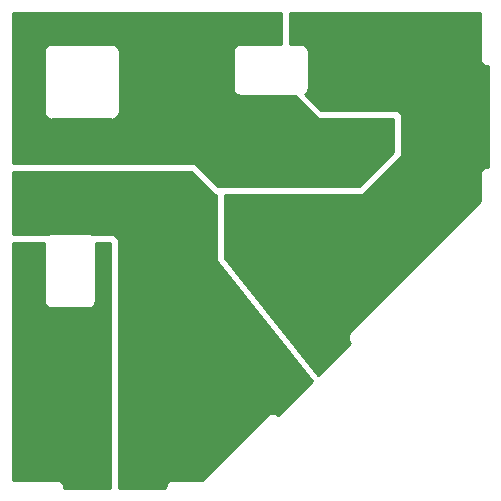
<source format=gbr>
From 6af42b0c5a60b139d8f28cfd25ce0983949c71a2 Mon Sep 17 00:00:00 2001
From: jaseg <git@jaseg.net>
Date: Tue, 27 Nov 2018 11:01:29 +0900
Subject: Add corner gerber exports

---
 corner/gerber/corner-F.Cu.gbr | 537 ++++++++++++++++++++++++++++++++++++++++++
 1 file changed, 537 insertions(+)
 create mode 100644 corner/gerber/corner-F.Cu.gbr

(limited to 'corner/gerber/corner-F.Cu.gbr')

diff --git a/corner/gerber/corner-F.Cu.gbr b/corner/gerber/corner-F.Cu.gbr
new file mode 100644
index 0000000..6041691
--- /dev/null
+++ b/corner/gerber/corner-F.Cu.gbr
@@ -0,0 +1,537 @@
+G04 #@! TF.GenerationSoftware,KiCad,Pcbnew,(5.0.1)*
+G04 #@! TF.CreationDate,2018-11-27T11:01:09+09:00*
+G04 #@! TF.ProjectId,corner,636F726E65722E6B696361645F706362,rev?*
+G04 #@! TF.SameCoordinates,Original*
+G04 #@! TF.FileFunction,Copper,L1,Top,Signal*
+G04 #@! TF.FilePolarity,Positive*
+%FSLAX46Y46*%
+G04 Gerber Fmt 4.6, Leading zero omitted, Abs format (unit mm)*
+G04 Created by KiCad (PCBNEW (5.0.1)) date Tue Nov 27 11:01:09 2018*
+%MOMM*%
+%LPD*%
+G01*
+G04 APERTURE LIST*
+G04 #@! TA.AperFunction,SMDPad,CuDef*
+%ADD10O,5.000000X2.800000*%
+G04 #@! TD*
+G04 #@! TA.AperFunction,ComponentPad*
+%ADD11R,3.600000X1.800000*%
+G04 #@! TD*
+G04 #@! TA.AperFunction,ComponentPad*
+%ADD12O,3.600000X1.800000*%
+G04 #@! TD*
+G04 #@! TA.AperFunction,SMDPad,CuDef*
+%ADD13C,2.800000*%
+G04 #@! TD*
+G04 #@! TA.AperFunction,Conductor*
+%ADD14C,2.800000*%
+G04 #@! TD*
+G04 #@! TA.AperFunction,SMDPad,CuDef*
+%ADD15O,2.800000X5.000000*%
+G04 #@! TD*
+G04 #@! TA.AperFunction,Conductor*
+%ADD16C,0.254000*%
+G04 #@! TD*
+G04 APERTURE END LIST*
+D10*
+G04 #@! TO.P,J3,2*
+G04 #@! TO.N,/B*
+X174700000Y-42150000D03*
+G04 #@! TO.P,J3,1*
+G04 #@! TO.N,/C*
+X174700000Y-46650000D03*
+G04 #@! TD*
+D11*
+G04 #@! TO.P,J4,1*
+G04 #@! TO.N,/C*
+X153000000Y-46000000D03*
+D12*
+G04 #@! TO.P,J4,2*
+G04 #@! TO.N,/A*
+X153000000Y-51080000D03*
+G04 #@! TD*
+D13*
+G04 #@! TO.P,J2,1*
+G04 #@! TO.N,/A*
+X163253070Y-59829084D03*
+D14*
+G04 #@! TD*
+G04 #@! TO.N,/A*
+G04 #@! TO.C,J2*
+X162591073Y-58950585D02*
+X163915067Y-60707583D01*
+D13*
+G04 #@! TO.P,J2,2*
+G04 #@! TO.N,/B*
+X166846930Y-57120916D03*
+D14*
+G04 #@! TD*
+G04 #@! TO.N,/B*
+G04 #@! TO.C,J2*
+X166184933Y-56242417D02*
+X167508927Y-57999415D01*
+D15*
+G04 #@! TO.P,J1,2*
+G04 #@! TO.N,/A*
+X156550000Y-64600000D03*
+G04 #@! TO.P,J1,1*
+G04 #@! TO.N,/D*
+X152050000Y-64600000D03*
+G04 #@! TD*
+D16*
+G04 #@! TO.N,/D*
+G36*
+X148290001Y-59930069D02*
+X148276091Y-60000000D01*
+X148331195Y-60277028D01*
+X148488119Y-60511881D01*
+X148722972Y-60668805D01*
+X148930074Y-60710000D01*
+X148930075Y-60710000D01*
+X149000000Y-60723909D01*
+X149069926Y-60710000D01*
+X151930074Y-60710000D01*
+X152000000Y-60723909D01*
+X152069925Y-60710000D01*
+X152069926Y-60710000D01*
+X152277028Y-60668805D01*
+X152511881Y-60511881D01*
+X152668805Y-60277028D01*
+X152723909Y-60000000D01*
+X152710000Y-59930074D01*
+X152710000Y-55127000D01*
+X153873000Y-55127000D01*
+X153873000Y-75873000D01*
+X150026416Y-75873000D01*
+X149986304Y-75671343D01*
+X149823855Y-75428221D01*
+X149580733Y-75265772D01*
+X149366338Y-75223126D01*
+X149293950Y-75208727D01*
+X149221562Y-75223126D01*
+X145723270Y-75223126D01*
+X145723270Y-55127000D01*
+X148290000Y-55127000D01*
+X148290001Y-59930069D01*
+X148290001Y-59930069D01*
+G37*
+X148290001Y-59930069D02*
+X148276091Y-60000000D01*
+X148331195Y-60277028D01*
+X148488119Y-60511881D01*
+X148722972Y-60668805D01*
+X148930074Y-60710000D01*
+X148930075Y-60710000D01*
+X149000000Y-60723909D01*
+X149069926Y-60710000D01*
+X151930074Y-60710000D01*
+X152000000Y-60723909D01*
+X152069925Y-60710000D01*
+X152069926Y-60710000D01*
+X152277028Y-60668805D01*
+X152511881Y-60511881D01*
+X152668805Y-60277028D01*
+X152723909Y-60000000D01*
+X152710000Y-59930074D01*
+X152710000Y-55127000D01*
+X153873000Y-55127000D01*
+X153873000Y-75873000D01*
+X150026416Y-75873000D01*
+X149986304Y-75671343D01*
+X149823855Y-75428221D01*
+X149580733Y-75265772D01*
+X149366338Y-75223126D01*
+X149293950Y-75208727D01*
+X149221562Y-75223126D01*
+X145723270Y-75223126D01*
+X145723270Y-55127000D01*
+X148290000Y-55127000D01*
+X148290001Y-59930069D01*
+G04 #@! TO.N,/C*
+G36*
+X168373000Y-35721979D02*
+X168373000Y-38290000D01*
+X165069925Y-38290000D01*
+X165000000Y-38276091D01*
+X164930074Y-38290000D01*
+X164722972Y-38331195D01*
+X164488119Y-38488119D01*
+X164331195Y-38722972D01*
+X164276091Y-39000000D01*
+X164290000Y-39069926D01*
+X164290001Y-41930070D01*
+X164276091Y-42000000D01*
+X164331195Y-42277028D01*
+X164488119Y-42511881D01*
+X164722972Y-42668805D01*
+X164930074Y-42710000D01*
+X164930075Y-42710000D01*
+X165000000Y-42723909D01*
+X165069926Y-42710000D01*
+X169530394Y-42710000D01*
+X171410197Y-44589803D01*
+X171451399Y-44617333D01*
+X171500000Y-44627000D01*
+X177873000Y-44627000D01*
+X177873000Y-47447394D01*
+X174947394Y-50373000D01*
+X163052606Y-50373000D01*
+X161089803Y-48410197D01*
+X161048601Y-48382667D01*
+X161000000Y-48373000D01*
+X145723270Y-48373000D01*
+X145723270Y-39000000D01*
+X148276091Y-39000000D01*
+X148290001Y-39069931D01*
+X148290000Y-43930074D01*
+X148276091Y-44000000D01*
+X148331195Y-44277028D01*
+X148488119Y-44511881D01*
+X148722972Y-44668805D01*
+X149000000Y-44723909D01*
+X149069925Y-44710000D01*
+X153930075Y-44710000D01*
+X154000000Y-44723909D01*
+X154277028Y-44668805D01*
+X154511881Y-44511881D01*
+X154668805Y-44277028D01*
+X154710000Y-44069926D01*
+X154710000Y-44069925D01*
+X154723909Y-44000000D01*
+X154710000Y-43930074D01*
+X154710000Y-39069926D01*
+X154723909Y-39000000D01*
+X154668805Y-38722972D01*
+X154511881Y-38488119D01*
+X154277028Y-38331195D01*
+X154069926Y-38290000D01*
+X154069925Y-38290000D01*
+X154000000Y-38276091D01*
+X153930074Y-38290000D01*
+X149069926Y-38290000D01*
+X149000000Y-38276091D01*
+X148930075Y-38290000D01*
+X148930074Y-38290000D01*
+X148722972Y-38331195D01*
+X148488119Y-38488119D01*
+X148331195Y-38722972D01*
+X148276091Y-39000000D01*
+X145723270Y-39000000D01*
+X145723270Y-35721973D01*
+X168373000Y-35721979D01*
+X168373000Y-35721979D01*
+G37*
+X168373000Y-35721979D02*
+X168373000Y-38290000D01*
+X165069925Y-38290000D01*
+X165000000Y-38276091D01*
+X164930074Y-38290000D01*
+X164722972Y-38331195D01*
+X164488119Y-38488119D01*
+X164331195Y-38722972D01*
+X164276091Y-39000000D01*
+X164290000Y-39069926D01*
+X164290001Y-41930070D01*
+X164276091Y-42000000D01*
+X164331195Y-42277028D01*
+X164488119Y-42511881D01*
+X164722972Y-42668805D01*
+X164930074Y-42710000D01*
+X164930075Y-42710000D01*
+X165000000Y-42723909D01*
+X165069926Y-42710000D01*
+X169530394Y-42710000D01*
+X171410197Y-44589803D01*
+X171451399Y-44617333D01*
+X171500000Y-44627000D01*
+X177873000Y-44627000D01*
+X177873000Y-47447394D01*
+X174947394Y-50373000D01*
+X163052606Y-50373000D01*
+X161089803Y-48410197D01*
+X161048601Y-48382667D01*
+X161000000Y-48373000D01*
+X145723270Y-48373000D01*
+X145723270Y-39000000D01*
+X148276091Y-39000000D01*
+X148290001Y-39069931D01*
+X148290000Y-43930074D01*
+X148276091Y-44000000D01*
+X148331195Y-44277028D01*
+X148488119Y-44511881D01*
+X148722972Y-44668805D01*
+X149000000Y-44723909D01*
+X149069925Y-44710000D01*
+X153930075Y-44710000D01*
+X154000000Y-44723909D01*
+X154277028Y-44668805D01*
+X154511881Y-44511881D01*
+X154668805Y-44277028D01*
+X154710000Y-44069926D01*
+X154710000Y-44069925D01*
+X154723909Y-44000000D01*
+X154710000Y-43930074D01*
+X154710000Y-39069926D01*
+X154723909Y-39000000D01*
+X154668805Y-38722972D01*
+X154511881Y-38488119D01*
+X154277028Y-38331195D01*
+X154069926Y-38290000D01*
+X154069925Y-38290000D01*
+X154000000Y-38276091D01*
+X153930074Y-38290000D01*
+X149069926Y-38290000D01*
+X149000000Y-38276091D01*
+X148930075Y-38290000D01*
+X148930074Y-38290000D01*
+X148722972Y-38331195D01*
+X148488119Y-38488119D01*
+X148331195Y-38722972D01*
+X148276091Y-39000000D01*
+X145723270Y-39000000D01*
+X145723270Y-35721973D01*
+X168373000Y-35721979D01*
+G04 #@! TO.N,/A*
+G36*
+X162550987Y-50949013D02*
+X162756996Y-51086664D01*
+X162865000Y-51108147D01*
+X162865000Y-56500000D01*
+X162890089Y-56676732D01*
+X163004148Y-56896681D01*
+X170968399Y-66851995D01*
+X168098716Y-69721678D01*
+X168077724Y-69707653D01*
+X168006990Y-69644529D01*
+X167957245Y-69627161D01*
+X167913431Y-69597888D01*
+X167820438Y-69579395D01*
+X167730932Y-69548144D01*
+X167678329Y-69551134D01*
+X167626646Y-69540856D01*
+X167533654Y-69559358D01*
+X167439004Y-69564738D01*
+X167391548Y-69587631D01*
+X167339867Y-69597914D01*
+X167261034Y-69650593D01*
+X167175646Y-69691786D01*
+X167092208Y-69785282D01*
+X161654864Y-75223126D01*
+X159366769Y-75223126D01*
+X159294381Y-75208727D01*
+X159221993Y-75223126D01*
+X159007598Y-75265772D01*
+X158764476Y-75428221D01*
+X158602027Y-75671343D01*
+X158561915Y-75873000D01*
+X154635000Y-75873000D01*
+X154635000Y-55000000D01*
+X154586664Y-54756996D01*
+X154449013Y-54550987D01*
+X154243004Y-54413336D01*
+X154000000Y-54365000D01*
+X152327621Y-54365000D01*
+X152277028Y-54331195D01*
+X152069926Y-54290000D01*
+X152000000Y-54276091D01*
+X151930075Y-54290000D01*
+X149069925Y-54290000D01*
+X149000000Y-54276091D01*
+X148930074Y-54290000D01*
+X148722972Y-54331195D01*
+X148672379Y-54365000D01*
+X145723270Y-54365000D01*
+X145723270Y-49135000D01*
+X160736974Y-49135000D01*
+X162550987Y-50949013D01*
+X162550987Y-50949013D01*
+G37*
+X162550987Y-50949013D02*
+X162756996Y-51086664D01*
+X162865000Y-51108147D01*
+X162865000Y-56500000D01*
+X162890089Y-56676732D01*
+X163004148Y-56896681D01*
+X170968399Y-66851995D01*
+X168098716Y-69721678D01*
+X168077724Y-69707653D01*
+X168006990Y-69644529D01*
+X167957245Y-69627161D01*
+X167913431Y-69597888D01*
+X167820438Y-69579395D01*
+X167730932Y-69548144D01*
+X167678329Y-69551134D01*
+X167626646Y-69540856D01*
+X167533654Y-69559358D01*
+X167439004Y-69564738D01*
+X167391548Y-69587631D01*
+X167339867Y-69597914D01*
+X167261034Y-69650593D01*
+X167175646Y-69691786D01*
+X167092208Y-69785282D01*
+X161654864Y-75223126D01*
+X159366769Y-75223126D01*
+X159294381Y-75208727D01*
+X159221993Y-75223126D01*
+X159007598Y-75265772D01*
+X158764476Y-75428221D01*
+X158602027Y-75671343D01*
+X158561915Y-75873000D01*
+X154635000Y-75873000D01*
+X154635000Y-55000000D01*
+X154586664Y-54756996D01*
+X154449013Y-54550987D01*
+X154243004Y-54413336D01*
+X154000000Y-54365000D01*
+X152327621Y-54365000D01*
+X152277028Y-54331195D01*
+X152069926Y-54290000D01*
+X152000000Y-54276091D01*
+X151930075Y-54290000D01*
+X149069925Y-54290000D01*
+X149000000Y-54276091D01*
+X148930074Y-54290000D01*
+X148722972Y-54331195D01*
+X148672379Y-54365000D01*
+X145723270Y-54365000D01*
+X145723270Y-49135000D01*
+X160736974Y-49135000D01*
+X162550987Y-50949013D01*
+G04 #@! TO.N,/B*
+G36*
+X185224413Y-35721984D02*
+X185224412Y-39383066D01*
+X185210013Y-39455454D01*
+X185267058Y-39742237D01*
+X185429500Y-39985349D01*
+X185429507Y-39985359D01*
+X185672629Y-40147808D01*
+X185873000Y-40187664D01*
+X185873000Y-48723145D01*
+X185672629Y-48763001D01*
+X185429507Y-48925450D01*
+X185267058Y-49168572D01*
+X185210013Y-49455355D01*
+X185224413Y-49527748D01*
+X185224412Y-51653088D01*
+X174335731Y-62541759D01*
+X174316312Y-62551126D01*
+X174232855Y-62644635D01*
+X174196412Y-62681078D01*
+X174184743Y-62698542D01*
+X174121611Y-62769278D01*
+X174104240Y-62819022D01*
+X174074967Y-62862833D01*
+X174056471Y-62955821D01*
+X174025214Y-63045331D01*
+X174028202Y-63097938D01*
+X174017923Y-63149615D01*
+X174036419Y-63242603D01*
+X174041796Y-63337260D01*
+X174064688Y-63384718D01*
+X174074967Y-63436396D01*
+X174127639Y-63515226D01*
+X174136766Y-63534147D01*
+X174167790Y-63575315D01*
+X174198747Y-63621647D01*
+X171510530Y-66309864D01*
+X163627000Y-56455452D01*
+X163627000Y-51135000D01*
+X175000000Y-51135000D01*
+X175243004Y-51086664D01*
+X175449013Y-50949013D01*
+X178449013Y-47949013D01*
+X178586664Y-47743004D01*
+X178635000Y-47500000D01*
+X178635000Y-44500000D01*
+X178586664Y-44256996D01*
+X178449013Y-44050987D01*
+X178243004Y-43913336D01*
+X178000000Y-43865000D01*
+X171763026Y-43865000D01*
+X170450752Y-42552726D01*
+X170511881Y-42511881D01*
+X170668805Y-42277028D01*
+X170723909Y-42000000D01*
+X170710000Y-41930074D01*
+X170710000Y-39069926D01*
+X170723909Y-39000000D01*
+X170668805Y-38722972D01*
+X170511881Y-38488119D01*
+X170277028Y-38331195D01*
+X170069926Y-38290000D01*
+X170000000Y-38276091D01*
+X169930075Y-38290000D01*
+X169135000Y-38290000D01*
+X169135000Y-35721979D01*
+X185224413Y-35721984D01*
+X185224413Y-35721984D01*
+G37*
+X185224413Y-35721984D02*
+X185224412Y-39383066D01*
+X185210013Y-39455454D01*
+X185267058Y-39742237D01*
+X185429500Y-39985349D01*
+X185429507Y-39985359D01*
+X185672629Y-40147808D01*
+X185873000Y-40187664D01*
+X185873000Y-48723145D01*
+X185672629Y-48763001D01*
+X185429507Y-48925450D01*
+X185267058Y-49168572D01*
+X185210013Y-49455355D01*
+X185224413Y-49527748D01*
+X185224412Y-51653088D01*
+X174335731Y-62541759D01*
+X174316312Y-62551126D01*
+X174232855Y-62644635D01*
+X174196412Y-62681078D01*
+X174184743Y-62698542D01*
+X174121611Y-62769278D01*
+X174104240Y-62819022D01*
+X174074967Y-62862833D01*
+X174056471Y-62955821D01*
+X174025214Y-63045331D01*
+X174028202Y-63097938D01*
+X174017923Y-63149615D01*
+X174036419Y-63242603D01*
+X174041796Y-63337260D01*
+X174064688Y-63384718D01*
+X174074967Y-63436396D01*
+X174127639Y-63515226D01*
+X174136766Y-63534147D01*
+X174167790Y-63575315D01*
+X174198747Y-63621647D01*
+X171510530Y-66309864D01*
+X163627000Y-56455452D01*
+X163627000Y-51135000D01*
+X175000000Y-51135000D01*
+X175243004Y-51086664D01*
+X175449013Y-50949013D01*
+X178449013Y-47949013D01*
+X178586664Y-47743004D01*
+X178635000Y-47500000D01*
+X178635000Y-44500000D01*
+X178586664Y-44256996D01*
+X178449013Y-44050987D01*
+X178243004Y-43913336D01*
+X178000000Y-43865000D01*
+X171763026Y-43865000D01*
+X170450752Y-42552726D01*
+X170511881Y-42511881D01*
+X170668805Y-42277028D01*
+X170723909Y-42000000D01*
+X170710000Y-41930074D01*
+X170710000Y-39069926D01*
+X170723909Y-39000000D01*
+X170668805Y-38722972D01*
+X170511881Y-38488119D01*
+X170277028Y-38331195D01*
+X170069926Y-38290000D01*
+X170000000Y-38276091D01*
+X169930075Y-38290000D01*
+X169135000Y-38290000D01*
+X169135000Y-35721979D01*
+X185224413Y-35721984D01*
+G04 #@! TD*
+M02*
-- 
cgit 


</source>
